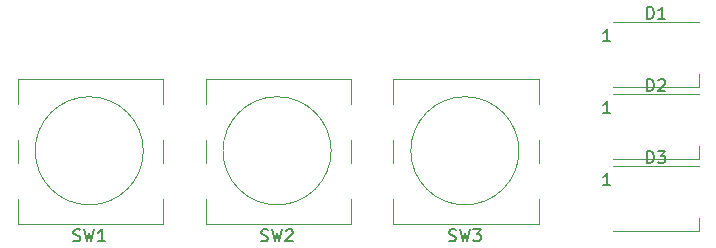
<source format=gbr>
%TF.GenerationSoftware,KiCad,Pcbnew,7.0.9*%
%TF.CreationDate,2023-12-11T16:57:09+09:00*%
%TF.ProjectId,IO_Board,494f5f42-6f61-4726-942e-6b696361645f,rev?*%
%TF.SameCoordinates,Original*%
%TF.FileFunction,Legend,Top*%
%TF.FilePolarity,Positive*%
%FSLAX46Y46*%
G04 Gerber Fmt 4.6, Leading zero omitted, Abs format (unit mm)*
G04 Created by KiCad (PCBNEW 7.0.9) date 2023-12-11 16:57:09*
%MOMM*%
%LPD*%
G01*
G04 APERTURE LIST*
%ADD10C,0.150000*%
%ADD11C,0.120000*%
G04 APERTURE END LIST*
D10*
X166995667Y-96507200D02*
X167138524Y-96554819D01*
X167138524Y-96554819D02*
X167376619Y-96554819D01*
X167376619Y-96554819D02*
X167471857Y-96507200D01*
X167471857Y-96507200D02*
X167519476Y-96459580D01*
X167519476Y-96459580D02*
X167567095Y-96364342D01*
X167567095Y-96364342D02*
X167567095Y-96269104D01*
X167567095Y-96269104D02*
X167519476Y-96173866D01*
X167519476Y-96173866D02*
X167471857Y-96126247D01*
X167471857Y-96126247D02*
X167376619Y-96078628D01*
X167376619Y-96078628D02*
X167186143Y-96031009D01*
X167186143Y-96031009D02*
X167090905Y-95983390D01*
X167090905Y-95983390D02*
X167043286Y-95935771D01*
X167043286Y-95935771D02*
X166995667Y-95840533D01*
X166995667Y-95840533D02*
X166995667Y-95745295D01*
X166995667Y-95745295D02*
X167043286Y-95650057D01*
X167043286Y-95650057D02*
X167090905Y-95602438D01*
X167090905Y-95602438D02*
X167186143Y-95554819D01*
X167186143Y-95554819D02*
X167424238Y-95554819D01*
X167424238Y-95554819D02*
X167567095Y-95602438D01*
X167900429Y-95554819D02*
X168138524Y-96554819D01*
X168138524Y-96554819D02*
X168329000Y-95840533D01*
X168329000Y-95840533D02*
X168519476Y-96554819D01*
X168519476Y-96554819D02*
X168757572Y-95554819D01*
X169043286Y-95554819D02*
X169662333Y-95554819D01*
X169662333Y-95554819D02*
X169329000Y-95935771D01*
X169329000Y-95935771D02*
X169471857Y-95935771D01*
X169471857Y-95935771D02*
X169567095Y-95983390D01*
X169567095Y-95983390D02*
X169614714Y-96031009D01*
X169614714Y-96031009D02*
X169662333Y-96126247D01*
X169662333Y-96126247D02*
X169662333Y-96364342D01*
X169662333Y-96364342D02*
X169614714Y-96459580D01*
X169614714Y-96459580D02*
X169567095Y-96507200D01*
X169567095Y-96507200D02*
X169471857Y-96554819D01*
X169471857Y-96554819D02*
X169186143Y-96554819D01*
X169186143Y-96554819D02*
X169090905Y-96507200D01*
X169090905Y-96507200D02*
X169043286Y-96459580D01*
X151093667Y-96507200D02*
X151236524Y-96554819D01*
X151236524Y-96554819D02*
X151474619Y-96554819D01*
X151474619Y-96554819D02*
X151569857Y-96507200D01*
X151569857Y-96507200D02*
X151617476Y-96459580D01*
X151617476Y-96459580D02*
X151665095Y-96364342D01*
X151665095Y-96364342D02*
X151665095Y-96269104D01*
X151665095Y-96269104D02*
X151617476Y-96173866D01*
X151617476Y-96173866D02*
X151569857Y-96126247D01*
X151569857Y-96126247D02*
X151474619Y-96078628D01*
X151474619Y-96078628D02*
X151284143Y-96031009D01*
X151284143Y-96031009D02*
X151188905Y-95983390D01*
X151188905Y-95983390D02*
X151141286Y-95935771D01*
X151141286Y-95935771D02*
X151093667Y-95840533D01*
X151093667Y-95840533D02*
X151093667Y-95745295D01*
X151093667Y-95745295D02*
X151141286Y-95650057D01*
X151141286Y-95650057D02*
X151188905Y-95602438D01*
X151188905Y-95602438D02*
X151284143Y-95554819D01*
X151284143Y-95554819D02*
X151522238Y-95554819D01*
X151522238Y-95554819D02*
X151665095Y-95602438D01*
X151998429Y-95554819D02*
X152236524Y-96554819D01*
X152236524Y-96554819D02*
X152427000Y-95840533D01*
X152427000Y-95840533D02*
X152617476Y-96554819D01*
X152617476Y-96554819D02*
X152855572Y-95554819D01*
X153188905Y-95650057D02*
X153236524Y-95602438D01*
X153236524Y-95602438D02*
X153331762Y-95554819D01*
X153331762Y-95554819D02*
X153569857Y-95554819D01*
X153569857Y-95554819D02*
X153665095Y-95602438D01*
X153665095Y-95602438D02*
X153712714Y-95650057D01*
X153712714Y-95650057D02*
X153760333Y-95745295D01*
X153760333Y-95745295D02*
X153760333Y-95840533D01*
X153760333Y-95840533D02*
X153712714Y-95983390D01*
X153712714Y-95983390D02*
X153141286Y-96554819D01*
X153141286Y-96554819D02*
X153760333Y-96554819D01*
X135191667Y-96507200D02*
X135334524Y-96554819D01*
X135334524Y-96554819D02*
X135572619Y-96554819D01*
X135572619Y-96554819D02*
X135667857Y-96507200D01*
X135667857Y-96507200D02*
X135715476Y-96459580D01*
X135715476Y-96459580D02*
X135763095Y-96364342D01*
X135763095Y-96364342D02*
X135763095Y-96269104D01*
X135763095Y-96269104D02*
X135715476Y-96173866D01*
X135715476Y-96173866D02*
X135667857Y-96126247D01*
X135667857Y-96126247D02*
X135572619Y-96078628D01*
X135572619Y-96078628D02*
X135382143Y-96031009D01*
X135382143Y-96031009D02*
X135286905Y-95983390D01*
X135286905Y-95983390D02*
X135239286Y-95935771D01*
X135239286Y-95935771D02*
X135191667Y-95840533D01*
X135191667Y-95840533D02*
X135191667Y-95745295D01*
X135191667Y-95745295D02*
X135239286Y-95650057D01*
X135239286Y-95650057D02*
X135286905Y-95602438D01*
X135286905Y-95602438D02*
X135382143Y-95554819D01*
X135382143Y-95554819D02*
X135620238Y-95554819D01*
X135620238Y-95554819D02*
X135763095Y-95602438D01*
X136096429Y-95554819D02*
X136334524Y-96554819D01*
X136334524Y-96554819D02*
X136525000Y-95840533D01*
X136525000Y-95840533D02*
X136715476Y-96554819D01*
X136715476Y-96554819D02*
X136953572Y-95554819D01*
X137858333Y-96554819D02*
X137286905Y-96554819D01*
X137572619Y-96554819D02*
X137572619Y-95554819D01*
X137572619Y-95554819D02*
X137477381Y-95697676D01*
X137477381Y-95697676D02*
X137382143Y-95792914D01*
X137382143Y-95792914D02*
X137286905Y-95840533D01*
X183755905Y-89918819D02*
X183755905Y-88918819D01*
X183755905Y-88918819D02*
X183994000Y-88918819D01*
X183994000Y-88918819D02*
X184136857Y-88966438D01*
X184136857Y-88966438D02*
X184232095Y-89061676D01*
X184232095Y-89061676D02*
X184279714Y-89156914D01*
X184279714Y-89156914D02*
X184327333Y-89347390D01*
X184327333Y-89347390D02*
X184327333Y-89490247D01*
X184327333Y-89490247D02*
X184279714Y-89680723D01*
X184279714Y-89680723D02*
X184232095Y-89775961D01*
X184232095Y-89775961D02*
X184136857Y-89871200D01*
X184136857Y-89871200D02*
X183994000Y-89918819D01*
X183994000Y-89918819D02*
X183755905Y-89918819D01*
X184660667Y-88918819D02*
X185279714Y-88918819D01*
X185279714Y-88918819D02*
X184946381Y-89299771D01*
X184946381Y-89299771D02*
X185089238Y-89299771D01*
X185089238Y-89299771D02*
X185184476Y-89347390D01*
X185184476Y-89347390D02*
X185232095Y-89395009D01*
X185232095Y-89395009D02*
X185279714Y-89490247D01*
X185279714Y-89490247D02*
X185279714Y-89728342D01*
X185279714Y-89728342D02*
X185232095Y-89823580D01*
X185232095Y-89823580D02*
X185184476Y-89871200D01*
X185184476Y-89871200D02*
X185089238Y-89918819D01*
X185089238Y-89918819D02*
X184803524Y-89918819D01*
X184803524Y-89918819D02*
X184708286Y-89871200D01*
X184708286Y-89871200D02*
X184660667Y-89823580D01*
X180629714Y-91818819D02*
X180058286Y-91818819D01*
X180344000Y-91818819D02*
X180344000Y-90818819D01*
X180344000Y-90818819D02*
X180248762Y-90961676D01*
X180248762Y-90961676D02*
X180153524Y-91056914D01*
X180153524Y-91056914D02*
X180058286Y-91104533D01*
X183755905Y-83822819D02*
X183755905Y-82822819D01*
X183755905Y-82822819D02*
X183994000Y-82822819D01*
X183994000Y-82822819D02*
X184136857Y-82870438D01*
X184136857Y-82870438D02*
X184232095Y-82965676D01*
X184232095Y-82965676D02*
X184279714Y-83060914D01*
X184279714Y-83060914D02*
X184327333Y-83251390D01*
X184327333Y-83251390D02*
X184327333Y-83394247D01*
X184327333Y-83394247D02*
X184279714Y-83584723D01*
X184279714Y-83584723D02*
X184232095Y-83679961D01*
X184232095Y-83679961D02*
X184136857Y-83775200D01*
X184136857Y-83775200D02*
X183994000Y-83822819D01*
X183994000Y-83822819D02*
X183755905Y-83822819D01*
X184708286Y-82918057D02*
X184755905Y-82870438D01*
X184755905Y-82870438D02*
X184851143Y-82822819D01*
X184851143Y-82822819D02*
X185089238Y-82822819D01*
X185089238Y-82822819D02*
X185184476Y-82870438D01*
X185184476Y-82870438D02*
X185232095Y-82918057D01*
X185232095Y-82918057D02*
X185279714Y-83013295D01*
X185279714Y-83013295D02*
X185279714Y-83108533D01*
X185279714Y-83108533D02*
X185232095Y-83251390D01*
X185232095Y-83251390D02*
X184660667Y-83822819D01*
X184660667Y-83822819D02*
X185279714Y-83822819D01*
X180629714Y-85722819D02*
X180058286Y-85722819D01*
X180344000Y-85722819D02*
X180344000Y-84722819D01*
X180344000Y-84722819D02*
X180248762Y-84865676D01*
X180248762Y-84865676D02*
X180153524Y-84960914D01*
X180153524Y-84960914D02*
X180058286Y-85008533D01*
X183755905Y-77710819D02*
X183755905Y-76710819D01*
X183755905Y-76710819D02*
X183994000Y-76710819D01*
X183994000Y-76710819D02*
X184136857Y-76758438D01*
X184136857Y-76758438D02*
X184232095Y-76853676D01*
X184232095Y-76853676D02*
X184279714Y-76948914D01*
X184279714Y-76948914D02*
X184327333Y-77139390D01*
X184327333Y-77139390D02*
X184327333Y-77282247D01*
X184327333Y-77282247D02*
X184279714Y-77472723D01*
X184279714Y-77472723D02*
X184232095Y-77567961D01*
X184232095Y-77567961D02*
X184136857Y-77663200D01*
X184136857Y-77663200D02*
X183994000Y-77710819D01*
X183994000Y-77710819D02*
X183755905Y-77710819D01*
X185279714Y-77710819D02*
X184708286Y-77710819D01*
X184994000Y-77710819D02*
X184994000Y-76710819D01*
X184994000Y-76710819D02*
X184898762Y-76853676D01*
X184898762Y-76853676D02*
X184803524Y-76948914D01*
X184803524Y-76948914D02*
X184708286Y-76996533D01*
X180629714Y-79610819D02*
X180058286Y-79610819D01*
X180344000Y-79610819D02*
X180344000Y-78610819D01*
X180344000Y-78610819D02*
X180248762Y-78753676D01*
X180248762Y-78753676D02*
X180153524Y-78848914D01*
X180153524Y-78848914D02*
X180058286Y-78896533D01*
D11*
%TO.C,SW3*%
X162279000Y-82790000D02*
X174579000Y-82790000D01*
X174579000Y-82790000D02*
X174579000Y-84910000D01*
X174579000Y-87970000D02*
X174579000Y-89910000D01*
X162279000Y-89910000D02*
X162279000Y-87970000D01*
X162279000Y-95090000D02*
X162279000Y-92970000D01*
X174579000Y-92970000D02*
X174579000Y-95090000D01*
X174579000Y-95090000D02*
X162279000Y-95090000D01*
X162279000Y-84910000D02*
X162279000Y-82790000D01*
X172908050Y-88900000D02*
G75*
G03*
X172908050Y-88900000I-4579050J0D01*
G01*
%TO.C,SW2*%
X146377000Y-82790000D02*
X158677000Y-82790000D01*
X158677000Y-82790000D02*
X158677000Y-84910000D01*
X158677000Y-87970000D02*
X158677000Y-89910000D01*
X146377000Y-89910000D02*
X146377000Y-87970000D01*
X146377000Y-95090000D02*
X146377000Y-92970000D01*
X158677000Y-92970000D02*
X158677000Y-95090000D01*
X158677000Y-95090000D02*
X146377000Y-95090000D01*
X146377000Y-84910000D02*
X146377000Y-82790000D01*
X157006050Y-88900000D02*
G75*
G03*
X157006050Y-88900000I-4579050J0D01*
G01*
%TO.C,SW1*%
X130475000Y-82790000D02*
X142775000Y-82790000D01*
X142775000Y-82790000D02*
X142775000Y-84910000D01*
X142775000Y-87970000D02*
X142775000Y-89910000D01*
X130475000Y-89910000D02*
X130475000Y-87970000D01*
X130475000Y-95090000D02*
X130475000Y-92970000D01*
X142775000Y-92970000D02*
X142775000Y-95090000D01*
X142775000Y-95090000D02*
X130475000Y-95090000D01*
X130475000Y-84910000D02*
X130475000Y-82790000D01*
X141104050Y-88900000D02*
G75*
G03*
X141104050Y-88900000I-4579050J0D01*
G01*
%TO.C,D3*%
X180844000Y-90214000D02*
X188144000Y-90214000D01*
X180844000Y-95714000D02*
X188144000Y-95714000D01*
X188144000Y-95714000D02*
X188144000Y-94564000D01*
%TO.C,D2*%
X180844000Y-84118000D02*
X188144000Y-84118000D01*
X180844000Y-89618000D02*
X188144000Y-89618000D01*
X188144000Y-89618000D02*
X188144000Y-88468000D01*
%TO.C,D1*%
X180844000Y-78006000D02*
X188144000Y-78006000D01*
X180844000Y-83506000D02*
X188144000Y-83506000D01*
X188144000Y-83506000D02*
X188144000Y-82356000D01*
%TD*%
M02*

</source>
